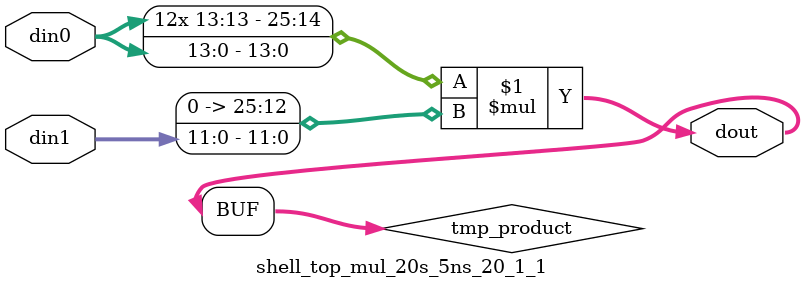
<source format=v>

`timescale 1 ns / 1 ps

  module shell_top_mul_20s_5ns_20_1_1(din0, din1, dout);
parameter ID = 1;
parameter NUM_STAGE = 0;
parameter din0_WIDTH = 14;
parameter din1_WIDTH = 12;
parameter dout_WIDTH = 26;

input [din0_WIDTH - 1 : 0] din0; 
input [din1_WIDTH - 1 : 0] din1; 
output [dout_WIDTH - 1 : 0] dout;

wire signed [dout_WIDTH - 1 : 0] tmp_product;












assign tmp_product = $signed(din0) * $signed({1'b0, din1});









assign dout = tmp_product;







endmodule

</source>
